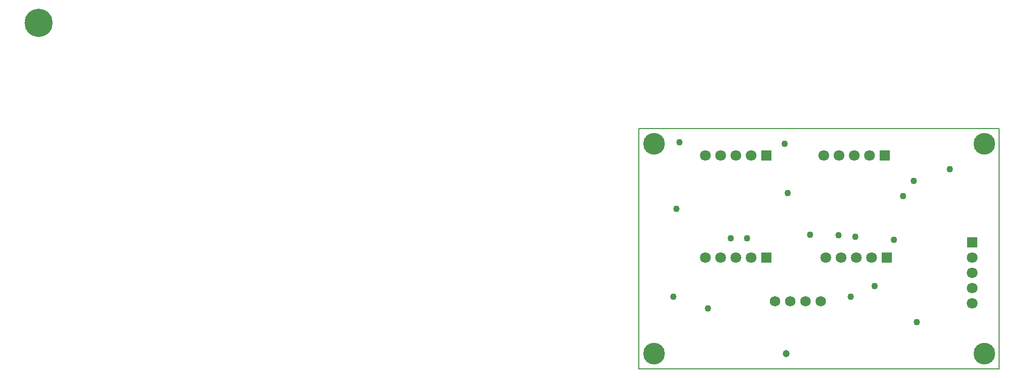
<source format=gbs>
G04 Layer_Color=16711935*
%FSLAX25Y25*%
%MOIN*%
G70*
G01*
G75*
%ADD18C,0.00500*%
%ADD35C,0.07099*%
%ADD36R,0.07099X0.07099*%
%ADD37C,0.14186*%
%ADD38C,0.18516*%
%ADD39R,0.07099X0.07099*%
%ADD40C,0.06800*%
%ADD41C,0.04331*%
%ADD42C,0.04737*%
D18*
X0Y157480D02*
X236221D01*
Y0D02*
Y157480D01*
X0Y0D02*
X236221D01*
X0D02*
Y157480D01*
D35*
X218504Y52835D02*
D03*
Y72835D02*
D03*
Y62835D02*
D03*
Y42835D02*
D03*
X43661Y72835D02*
D03*
X63661D02*
D03*
X73661D02*
D03*
X53661D02*
D03*
X122402D02*
D03*
X142402D02*
D03*
X152402D02*
D03*
X132402D02*
D03*
X43661Y139764D02*
D03*
X63661D02*
D03*
X73661D02*
D03*
X53661D02*
D03*
X121063D02*
D03*
X141063D02*
D03*
X151063D02*
D03*
X131063D02*
D03*
D36*
X218504Y82835D02*
D03*
D37*
X226378Y147638D02*
D03*
X9843D02*
D03*
Y9843D02*
D03*
X226378D02*
D03*
D38*
X-393898Y226772D02*
D03*
D39*
X83661Y72835D02*
D03*
X162402D02*
D03*
X83661Y139764D02*
D03*
X161063D02*
D03*
D40*
X119095Y44291D02*
D03*
X109095D02*
D03*
X99094D02*
D03*
X89095D02*
D03*
D41*
X26575Y148622D02*
D03*
X24606Y104921D02*
D03*
X138779Y47087D02*
D03*
X154528Y54134D02*
D03*
X130905Y87598D02*
D03*
X141732Y86614D02*
D03*
X112205Y87992D02*
D03*
X70866Y85630D02*
D03*
X60039D02*
D03*
X167323Y84646D02*
D03*
X173228Y113189D02*
D03*
X45276Y39370D02*
D03*
X182087Y30512D02*
D03*
X203740Y130905D02*
D03*
X180118Y123031D02*
D03*
X97441Y115157D02*
D03*
X95472Y147638D02*
D03*
X22638Y47244D02*
D03*
D42*
X96457Y9843D02*
D03*
M02*

</source>
